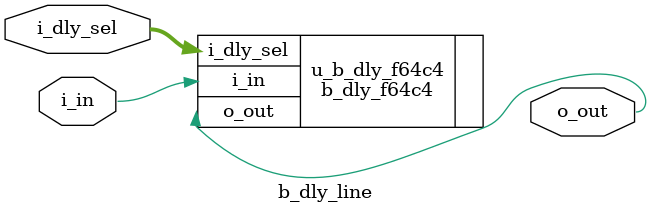
<source format=v>

module b_dly_line
(	
	output				o_out,
	input				i_in,
	input		[7:0]	i_dly_sel
);

	b_dly_f64c4
	u_b_dly_f64c4(
		.o_out				(o_out				),
		.i_in				(i_in				),
		.i_dly_sel			(i_dly_sel			)
	);


endmodule

</source>
